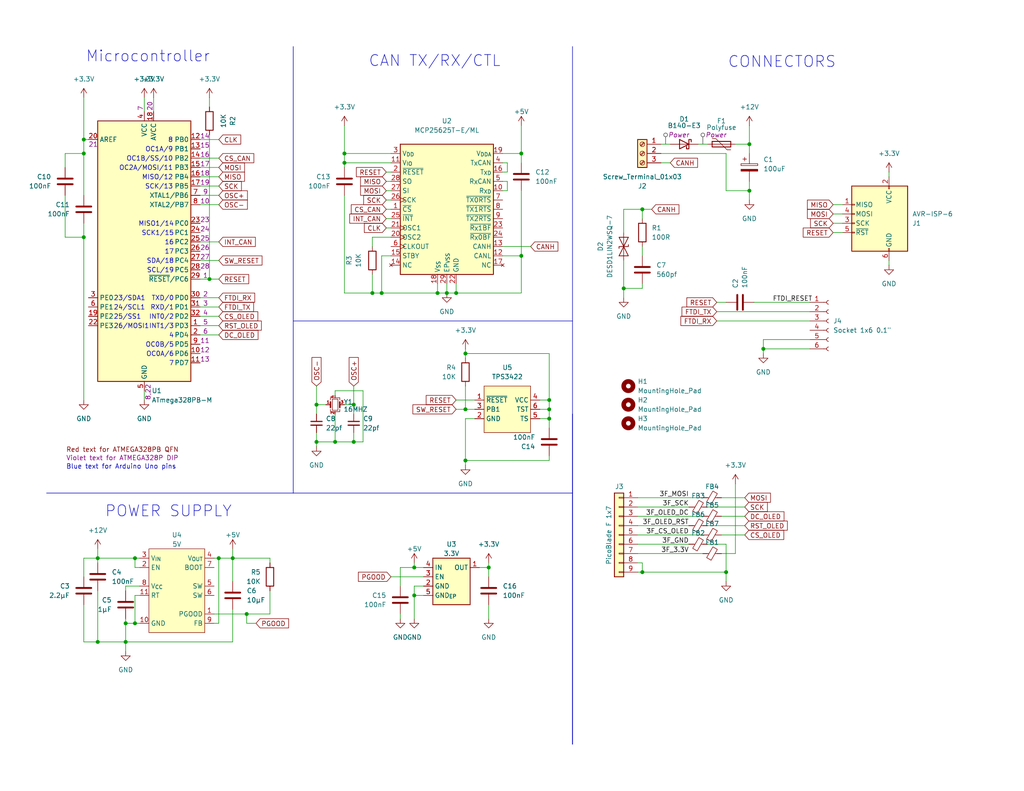
<source format=kicad_sch>
(kicad_sch (version 20231120) (generator "eeschema") (generator_version "8.0")
  (paper "USLetter")
  (title_block (title "OLED SPLICE FOR RPK5-GM4101") (date "2024-04-01") (rev "3") (company "JOHN SANDMEYER"))
  (junction (at 96.52 120.65))
  (junction (at 22.86 64.77))
  (junction (at 142.24 69.85))
  (junction (at 104.14 80.01))
  (junction (at 175.26 156.21))
  (junction (at 36.83 152.4))
  (junction (at 86.36 120.65))
  (junction (at 142.24 41.91))
  (junction (at 113.03 154.94))
  (junction (at 34.29 175.26))
  (junction (at 36.83 170.18))
  (junction (at 86.36 110.49))
  (junction (at 133.35 154.94))
  (junction (at 208.28 95.25))
  (junction (at 91.44 120.65))
  (junction (at 26.67 175.26))
  (junction (at 121.92 80.01))
  (junction (at 204.47 39.37))
  (junction (at 127 96.52))
  (junction (at 63.5 152.4))
  (junction (at 119.38 80.01))
  (junction (at 59.69 152.4))
  (junction (at 198.12 156.21))
  (junction (at 22.86 38.1))
  (junction (at 96.52 110.49))
  (junction (at 204.47 52.07))
  (junction (at 127 125.73))
  (junction (at 149.86 109.22))
  (junction (at 127 111.76))
  (junction (at 57.15 76.2))
  (junction (at 22.86 41.91))
  (junction (at 93.98 41.91))
  (junction (at 175.26 57.15))
  (junction (at 170.18 78.74))
  (junction (at 149.86 111.76))
  (junction (at 113.03 162.56))
  (junction (at 93.98 44.45))
  (junction (at 34.29 170.18))
  (junction (at 149.86 114.3))
  (junction (at 67.31 167.64))
  (junction (at 124.46 80.01))
  (junction (at 101.6 80.01))
  (junction (at 26.67 152.4))
  (wire (pts (xy 127 95.25) (xy 127 96.52)))
  (wire (pts (xy 91.44 113.03) (xy 91.44 120.65)))
  (wire (pts (xy 93.98 53.34) (xy 93.98 80.01)))
  (wire (pts (xy 113.03 154.94) (xy 115.57 154.94)))
  (wire (pts (xy 22.86 152.4) (xy 26.67 152.4)))
  (wire (pts (xy 137.16 44.45) (xy 138.43 44.45)))
  (wire (pts (xy 63.5 166.37) (xy 63.5 175.26)))
  (wire (pts (xy 86.36 120.65) (xy 91.44 120.65)))
  (wire (pts (xy 133.35 157.48) (xy 133.35 154.94)))
  (wire (pts (xy 170.18 57.15) (xy 170.18 63.5)))
  (wire (pts (xy 54.61 45.72) (xy 59.69 45.72)))
  (wire (pts (xy 63.5 152.4) (xy 63.5 158.75)))
  (wire (pts (xy 109.22 160.02) (xy 109.22 154.94)))
  (wire (pts (xy 227.33 63.5) (xy 229.87 63.5)))
  (wire (pts (xy 127 105.41) (xy 127 111.76)))
  (wire (pts (xy 106.68 69.85) (xy 104.14 69.85)))
  (wire (pts (xy 196.85 146.05) (xy 203.2 146.05)))
  (wire (pts (xy 133.35 153.67) (xy 133.35 154.94)))
  (wire (pts (xy 121.92 80.01) (xy 124.46 80.01)))
  (wire (pts (xy 54.61 48.26) (xy 59.69 48.26)))
  (wire (pts (xy 175.26 156.21) (xy 198.12 156.21)))
  (wire (pts (xy 93.98 44.45) (xy 93.98 45.72)))
  (polyline (pts (xy 80.01 87.63) (xy 156.21 87.63)))
  (wire (pts (xy 63.5 149.86) (xy 63.5 152.4)))
  (wire (pts (xy 22.86 175.26) (xy 22.86 165.1)))
  (wire (pts (xy 195.58 87.63) (xy 220.98 87.63)))
  (wire (pts (xy 124.46 109.22) (xy 129.54 109.22)))
  (wire (pts (xy 208.28 92.71) (xy 208.28 95.25)))
  (wire (pts (xy 57.15 76.2) (xy 59.69 76.2)))
  (wire (pts (xy 119.38 77.47) (xy 119.38 80.01)))
  (wire (pts (xy 86.36 105.41) (xy 86.36 110.49)))
  (wire (pts (xy 133.35 154.94) (xy 130.81 154.94)))
  (wire (pts (xy 113.03 162.56) (xy 113.03 160.02)))
  (wire (pts (xy 137.16 69.85) (xy 142.24 69.85)))
  (wire (pts (xy 124.46 77.47) (xy 124.46 80.01)))
  (wire (pts (xy 198.12 148.59) (xy 193.04 148.59)))
  (wire (pts (xy 101.6 64.77) (xy 101.6 67.31)))
  (wire (pts (xy 149.86 111.76) (xy 149.86 114.3)))
  (wire (pts (xy 22.86 60.96) (xy 22.86 64.77)))
  (wire (pts (xy 86.36 110.49) (xy 86.36 113.03)))
  (wire (pts (xy 119.38 80.01) (xy 121.92 80.01)))
  (wire (pts (xy 54.61 53.34) (xy 59.69 53.34)))
  (wire (pts (xy 198.12 52.07) (xy 204.47 52.07)))
  (wire (pts (xy 227.33 55.88) (xy 229.87 55.88)))
  (wire (pts (xy 54.61 86.36) (xy 59.69 86.36)))
  (wire (pts (xy 149.86 109.22) (xy 149.86 111.76)))
  (wire (pts (xy 109.22 168.91) (xy 109.22 167.64)))
  (wire (pts (xy 204.47 39.37) (xy 204.47 34.29)))
  (polyline (pts (xy 80.01 12.7) (xy 80.01 134.62)))
  (wire (pts (xy 58.42 152.4) (xy 59.69 152.4)))
  (wire (pts (xy 142.24 52.07) (xy 142.24 69.85)))
  (wire (pts (xy 101.6 80.01) (xy 104.14 80.01)))
  (wire (pts (xy 196.85 140.97) (xy 203.2 140.97)))
  (wire (pts (xy 149.86 125.73) (xy 127 125.73)))
  (wire (pts (xy 127 114.3) (xy 127 125.73)))
  (wire (pts (xy 193.04 143.51) (xy 203.2 143.51)))
  (wire (pts (xy 54.61 50.8) (xy 59.69 50.8)))
  (wire (pts (xy 101.6 74.93) (xy 101.6 80.01)))
  (wire (pts (xy 196.85 135.89) (xy 203.2 135.89)))
  (wire (pts (xy 195.58 82.55) (xy 198.12 82.55)))
  (wire (pts (xy 99.06 106.68) (xy 99.06 120.65)))
  (wire (pts (xy 36.83 152.4) (xy 36.83 154.94)))
  (wire (pts (xy 149.86 96.52) (xy 149.86 109.22)))
  (wire (pts (xy 204.47 39.37) (xy 204.47 41.91)))
  (wire (pts (xy 177.8 57.15) (xy 175.26 57.15)))
  (wire (pts (xy 58.42 167.64) (xy 67.31 167.64)))
  (wire (pts (xy 173.99 135.89) (xy 191.77 135.89)))
  (wire (pts (xy 22.86 38.1) (xy 22.86 41.91)))
  (wire (pts (xy 142.24 69.85) (xy 142.24 80.01)))
  (wire (pts (xy 147.32 109.22) (xy 149.86 109.22)))
  (wire (pts (xy 54.61 88.9) (xy 59.69 88.9)))
  (wire (pts (xy 149.86 96.52) (xy 127 96.52)))
  (wire (pts (xy 220.98 92.71) (xy 208.28 92.71)))
  (wire (pts (xy 96.52 120.65) (xy 99.06 120.65)))
  (wire (pts (xy 138.43 52.07) (xy 138.43 49.53)))
  (wire (pts (xy 73.66 153.67) (xy 73.66 152.4)))
  (wire (pts (xy 36.83 154.94) (xy 38.1 154.94)))
  (polyline (pts (xy 156.21 12.7) (xy 156.21 203.2)))
  (wire (pts (xy 180.34 39.37) (xy 182.88 39.37)))
  (wire (pts (xy 93.98 80.01) (xy 101.6 80.01)))
  (wire (pts (xy 26.67 152.4) (xy 26.67 153.67)))
  (wire (pts (xy 173.99 143.51) (xy 187.96 143.51)))
  (wire (pts (xy 147.32 114.3) (xy 149.86 114.3)))
  (wire (pts (xy 129.54 114.3) (xy 127 114.3)))
  (wire (pts (xy 170.18 78.74) (xy 170.18 81.28)))
  (wire (pts (xy 58.42 170.18) (xy 59.69 170.18)))
  (wire (pts (xy 34.29 175.26) (xy 34.29 177.8)))
  (wire (pts (xy 67.31 167.64) (xy 73.66 167.64)))
  (wire (pts (xy 105.41 46.99) (xy 106.68 46.99)))
  (wire (pts (xy 73.66 152.4) (xy 63.5 152.4)))
  (wire (pts (xy 96.52 118.11) (xy 96.52 120.65)))
  (wire (pts (xy 205.74 82.55) (xy 220.98 82.55)))
  (wire (pts (xy 105.41 59.69) (xy 106.68 59.69)))
  (wire (pts (xy 59.69 170.18) (xy 59.69 152.4)))
  (wire (pts (xy 138.43 44.45) (xy 138.43 46.99)))
  (wire (pts (xy 170.18 57.15) (xy 175.26 57.15)))
  (wire (pts (xy 105.41 62.23) (xy 106.68 62.23)))
  (wire (pts (xy 73.66 161.29) (xy 73.66 167.64)))
  (wire (pts (xy 196.85 151.13) (xy 200.66 151.13)))
  (wire (pts (xy 142.24 41.91) (xy 142.24 34.29)))
  (wire (pts (xy 204.47 49.53) (xy 204.47 52.07)))
  (wire (pts (xy 22.86 157.48) (xy 22.86 152.4)))
  (polyline (pts (xy 156.21 113.03) (xy 156.21 203.2)))
  (wire (pts (xy 124.46 111.76) (xy 127 111.76)))
  (wire (pts (xy 91.44 120.65) (xy 96.52 120.65)))
  (wire (pts (xy 113.03 160.02) (xy 115.57 160.02)))
  (wire (pts (xy 39.37 26.67) (xy 39.37 30.48)))
  (wire (pts (xy 200.66 132.08) (xy 200.66 151.13)))
  (wire (pts (xy 127 125.73) (xy 127 127)))
  (wire (pts (xy 96.52 105.41) (xy 96.52 110.49)))
  (wire (pts (xy 54.61 81.28) (xy 59.69 81.28)))
  (wire (pts (xy 198.12 41.91) (xy 198.12 52.07)))
  (wire (pts (xy 105.41 57.15) (xy 106.68 57.15)))
  (wire (pts (xy 113.03 162.56) (xy 113.03 168.91)))
  (wire (pts (xy 38.1 152.4) (xy 36.83 152.4)))
  (wire (pts (xy 173.99 138.43) (xy 187.96 138.43)))
  (wire (pts (xy 190.5 39.37) (xy 193.04 39.37)))
  (wire (pts (xy 38.1 170.18) (xy 36.83 170.18)))
  (wire (pts (xy 34.29 175.26) (xy 26.67 175.26)))
  (wire (pts (xy 57.15 36.83) (xy 57.15 76.2)))
  (wire (pts (xy 149.86 124.46) (xy 149.86 125.73)))
  (wire (pts (xy 137.16 41.91) (xy 142.24 41.91)))
  (wire (pts (xy 173.99 153.67) (xy 175.26 153.67)))
  (wire (pts (xy 173.99 151.13) (xy 191.77 151.13)))
  (polyline (pts (xy 12.7 134.62) (xy 80.01 134.62)))
  (polyline (pts (xy 80.01 134.62) (xy 156.21 134.62)))
  (wire (pts (xy 69.85 170.18) (xy 67.31 170.18)))
  (wire (pts (xy 22.86 41.91) (xy 22.86 53.34)))
  (wire (pts (xy 115.57 162.56) (xy 113.03 162.56)))
  (wire (pts (xy 208.28 95.25) (xy 208.28 96.52)))
  (wire (pts (xy 54.61 55.88) (xy 59.69 55.88)))
  (wire (pts (xy 173.99 156.21) (xy 175.26 156.21)))
  (wire (pts (xy 36.83 152.4) (xy 26.67 152.4)))
  (wire (pts (xy 175.26 78.74) (xy 175.26 77.47)))
  (wire (pts (xy 34.29 160.02) (xy 34.29 161.29)))
  (wire (pts (xy 173.99 140.97) (xy 191.77 140.97)))
  (wire (pts (xy 26.67 149.86) (xy 26.67 152.4)))
  (wire (pts (xy 54.61 83.82) (xy 59.69 83.82)))
  (wire (pts (xy 93.98 41.91) (xy 106.68 41.91)))
  (wire (pts (xy 22.86 175.26) (xy 26.67 175.26)))
  (wire (pts (xy 104.14 80.01) (xy 119.38 80.01)))
  (wire (pts (xy 34.29 175.26) (xy 34.29 170.18)))
  (wire (pts (xy 17.78 45.72) (xy 17.78 41.91)))
  (wire (pts (xy 227.33 58.42) (xy 229.87 58.42)))
  (wire (pts (xy 54.61 43.18) (xy 59.69 43.18)))
  (wire (pts (xy 93.98 44.45) (xy 106.68 44.45)))
  (wire (pts (xy 22.86 38.1) (xy 24.13 38.1)))
  (wire (pts (xy 17.78 64.77) (xy 22.86 64.77)))
  (wire (pts (xy 54.61 91.44) (xy 59.69 91.44)))
  (wire (pts (xy 54.61 71.12) (xy 59.69 71.12)))
  (wire (pts (xy 22.86 64.77) (xy 22.86 109.22)))
  (wire (pts (xy 175.26 57.15) (xy 175.26 59.69)))
  (wire (pts (xy 198.12 158.75) (xy 198.12 156.21)))
  (wire (pts (xy 93.98 41.91) (xy 93.98 44.45)))
  (wire (pts (xy 41.91 26.67) (xy 41.91 30.48)))
  (wire (pts (xy 198.12 148.59) (xy 198.12 156.21)))
  (wire (pts (xy 133.35 168.91) (xy 133.35 165.1)))
  (wire (pts (xy 105.41 52.07) (xy 106.68 52.07)))
  (wire (pts (xy 180.34 41.91) (xy 198.12 41.91)))
  (wire (pts (xy 17.78 53.34) (xy 17.78 64.77)))
  (wire (pts (xy 175.26 153.67) (xy 175.26 156.21)))
  (wire (pts (xy 93.98 34.29) (xy 93.98 41.91)))
  (wire (pts (xy 175.26 67.31) (xy 175.26 69.85)))
  (wire (pts (xy 34.29 160.02) (xy 38.1 160.02)))
  (wire (pts (xy 93.98 110.49) (xy 96.52 110.49)))
  (wire (pts (xy 195.58 85.09) (xy 220.98 85.09)))
  (wire (pts (xy 54.61 66.04) (xy 59.69 66.04)))
  (wire (pts (xy 137.16 49.53) (xy 138.43 49.53)))
  (wire (pts (xy 227.33 60.96) (xy 229.87 60.96)))
  (wire (pts (xy 96.52 110.49) (xy 96.52 113.03)))
  (wire (pts (xy 109.22 154.94) (xy 113.03 154.94)))
  (wire (pts (xy 36.83 162.56) (xy 36.83 170.18)))
  (wire (pts (xy 115.57 157.48) (xy 106.68 157.48)))
  (wire (pts (xy 86.36 118.11) (xy 86.36 120.65)))
  (wire (pts (xy 137.16 52.07) (xy 138.43 52.07)))
  (wire (pts (xy 200.66 39.37) (xy 204.47 39.37)))
  (wire (pts (xy 34.29 168.91) (xy 34.29 170.18)))
  (wire (pts (xy 193.04 138.43) (xy 203.2 138.43)))
  (wire (pts (xy 127 96.52) (xy 127 97.79)))
  (wire (pts (xy 121.92 77.47) (xy 121.92 80.01)))
  (wire (pts (xy 106.68 64.77) (xy 101.6 64.77)))
  (wire (pts (xy 39.37 106.68) (xy 39.37 109.22)))
  (wire (pts (xy 54.61 76.2) (xy 57.15 76.2)))
  (wire (pts (xy 144.78 67.31) (xy 137.16 67.31)))
  (wire (pts (xy 86.36 110.49) (xy 88.9 110.49)))
  (wire (pts (xy 38.1 162.56) (xy 36.83 162.56)))
  (wire (pts (xy 59.69 152.4) (xy 63.5 152.4)))
  (wire (pts (xy 104.14 69.85) (xy 104.14 80.01)))
  (wire (pts (xy 26.67 161.29) (xy 26.67 175.26)))
  (wire (pts (xy 113.03 153.67) (xy 113.03 154.94)))
  (wire (pts (xy 91.44 107.95) (xy 91.44 106.68)))
  (wire (pts (xy 54.61 38.1) (xy 59.69 38.1)))
  (wire (pts (xy 173.99 146.05) (xy 191.77 146.05)))
  (wire (pts (xy 86.36 120.65) (xy 86.36 121.92)))
  (wire (pts (xy 149.86 114.3) (xy 149.86 116.84)))
  (wire (pts (xy 147.32 111.76) (xy 149.86 111.76)))
  (wire (pts (xy 57.15 29.21) (xy 57.15 26.67)))
  (wire (pts (xy 17.78 41.91) (xy 22.86 41.91)))
  (wire (pts (xy 105.41 49.53) (xy 106.68 49.53)))
  (wire (pts (xy 36.83 170.18) (xy 34.29 170.18)))
  (wire (pts (xy 182.88 44.45) (xy 180.34 44.45)))
  (wire (pts (xy 208.28 95.25) (xy 220.98 95.25)))
  (wire (pts (xy 124.46 80.01) (xy 142.24 80.01)))
  (wire (pts (xy 67.31 170.18) (xy 67.31 167.64)))
  (wire (pts (xy 242.57 46.99) (xy 242.57 48.26)))
  (wire (pts (xy 173.99 148.59) (xy 187.96 148.59)))
  (wire (pts (xy 242.57 72.39) (xy 242.57 71.12)))
  (wire (pts (xy 127 111.76) (xy 129.54 111.76)))
  (wire (pts (xy 63.5 175.26) (xy 34.29 175.26)))
  (wire (pts (xy 204.47 52.07) (xy 204.47 54.61)))
  (wire (pts (xy 22.86 26.67) (xy 22.86 38.1)))
  (wire (pts (xy 170.18 78.74) (xy 175.26 78.74)))
  (wire (pts (xy 142.24 41.91) (xy 142.24 44.45)))
  (wire (pts (xy 170.18 78.74) (xy 170.18 71.12)))
  (wire (pts (xy 91.44 106.68) (xy 99.06 106.68)))
  (wire (pts (xy 137.16 46.99) (xy 138.43 46.99)))
  (wire (pts (xy 105.41 54.61) (xy 106.68 54.61)))
  (text "24" (at 54.61 63.5 0) (effects (font (size 1.27 1.27)) (justify left bottom)))
  (text "23/SDA1" (at 30.988 81.534 0) (effects (font (size 1.27 1.27)) (justify left)))
  (text "OC0B/5" (at 47.498 94.234 0) (effects (font (size 1.27 1.27)) (justify right)))
  (text "INT1/3\n" (at 47.498 89.154 0) (effects (font (size 1.27 1.27)) (justify right)))
  (text "RXD/1" (at 47.498 84.074 0) (effects (font (size 1.27 1.27)) (justify right)))
  (text "28" (at 54.61 73.66 0) (effects (font (size 1.27 1.27)) (justify left bottom)))
  (text "27" (at 54.61 71.12 0) (effects (font (size 1.27 1.27)) (justify left bottom)))
  (text "INT0/2" (at 47.498 86.614 0) (effects (font (size 1.27 1.27)) (justify right)))
  (text "11" (at 54.61 93.98 0) (effects (font (size 1.27 1.27)) (justify left bottom)))
  (text "Red text for ATMEGA328PB QFN" (at 18.034 123.698 0) (effects (font (size 1.27 1.27)) (justify left bottom)))
  (text "23" (at 54.61 60.96 0) (effects (font (size 1.27 1.27)) (justify left bottom)))
  (text "CAN TX/RX/CTL" (at 118.618 16.764 0) (effects (font (size 3 3))))
  (text "SCK1/15" (at 47.498 63.754 0) (effects (font (size 1.27 1.27)) (justify right)))
  (text "8\n" (at 47.244 38.354 0) (effects (font (size 1.27 1.27)) (justify right)))
  (text "1" (at 55.372 76.2 0) (effects (font (size 1.27 1.27)) (justify left bottom)))
  (text "17" (at 54.61 45.72 0) (effects (font (size 1.27 1.27)) (justify left bottom)))
  (text "17" (at 47.498 68.834 0) (effects (font (size 1.27 1.27)) (justify right)))
  (text "8,22" (at 41.148 109.474 90) (effects (font (size 1.27 1.27)) (justify left bottom)))
  (text "OC1B/SS/10" (at 47.244 43.434 0) (effects (font (size 1.27 1.27)) (justify right)))
  (text "OC0A/6" (at 47.498 96.774 0) (effects (font (size 1.27 1.27)) (justify right)))
  (text "25" (at 54.61 66.04 0) (effects (font (size 1.27 1.27)) (justify left bottom)))
  (text "POWER SUPPLY" (at 45.974 139.7 0) (effects (font (size 3 3))))
  (text "18" (at 54.61 48.26 0) (effects (font (size 1.27 1.27)) (justify left bottom)))
  (text "Blue text for Arduino Uno pins" (at 18.034 128.27 0) (effects (font (size 1.27 1.27)) (justify left bottom)))
  (text "20" (at 41.656 30.48 90) (effects (font (size 1.27 1.27)) (justify left bottom)))
  (text "14" (at 54.61 38.1 0) (effects (font (size 1.27 1.27)) (justify left bottom)))
  (text "12" (at 54.61 96.52 0) (effects (font (size 1.27 1.27)) (justify left bottom)))
  (text "15" (at 54.61 40.64 0) (effects (font (size 1.27 1.27)) (justify left bottom)))
  (text "SCL/19" (at 47.498 73.914 0) (effects (font (size 1.27 1.27)) (justify right)))
  (text "16" (at 47.498 66.294 0) (effects (font (size 1.27 1.27)) (justify right)))
  (text "24/SCL1" (at 30.988 84.074 0) (effects (font (size 1.27 1.27)) (justify left)))
  (text "2" (at 55.372 81.28 0) (effects (font (size 1.27 1.27)) (justify left bottom)))
  (text "3" (at 55.372 83.82 0) (effects (font (size 1.27 1.27)) (justify left bottom)))
  (text "SCK/13" (at 47.244 51.054 0) (effects (font (size 1.27 1.27)) (justify right)))
  (text "19" (at 54.61 50.8 0) (effects (font (size 1.27 1.27)) (justify left bottom)))
  (text "10" (at 54.61 55.88 0) (effects (font (size 1.27 1.27)) (justify left bottom)))
  (text "26" (at 54.61 68.58 0) (effects (font (size 1.27 1.27)) (justify left bottom)))
  (text "TXD/0" (at 47.498 81.534 0) (effects (font (size 1.27 1.27)) (justify right)))
  (text "6" (at 55.372 91.44 0) (effects (font (size 1.27 1.27)) (justify left bottom)))
  (text "SDA/18" (at 47.498 71.374 0) (effects (font (size 1.27 1.27)) (justify right)))
  (text "7" (at 47.498 99.314 0) (effects (font (size 1.27 1.27)) (justify right)))
  (text "26/MOSI1" (at 30.988 89.154 0) (effects (font (size 1.27 1.27)) (justify left)))
  (text "CONNECTORS" (at 213.36 17.018 0) (effects (font (size 3 3))))
  (text "MISO/12" (at 47.244 48.514 0) (effects (font (size 1.27 1.27)) (justify right)))
  (text "OC1A/9\n" (at 47.244 40.894 0) (effects (font (size 1.27 1.27)) (justify right)))
  (text "16" (at 54.61 43.18 0) (effects (font (size 1.27 1.27)) (justify left bottom)))
  (text "MISO1/14" (at 47.498 61.214 0) (effects (font (size 1.27 1.27)) (justify right)))
  (text "25/SS1" (at 30.988 86.614 0) (effects (font (size 1.27 1.27)) (justify left)))
  (text "21" (at 24.13 40.386 0) (effects (font (size 1.27 1.27)) (justify left bottom)))
  (text "7" (at 39.116 30.48 90) (effects (font (size 1.27 1.27)) (justify left bottom)))
  (text "5" (at 55.372 88.9 0) (effects (font (size 1.27 1.27)) (justify left bottom)))
  (text "4" (at 47.498 91.694 0) (effects (font (size 1.27 1.27)) (justify right)))
  (text "OC2A/MOSI/11" (at 47.244 45.974 0) (effects (font (size 1.27 1.27)) (justify right)))
  (text "13" (at 54.61 99.06 0) (effects (font (size 1.27 1.27)) (justify left bottom)))
  (text "9" (at 55.372 53.34 0) (effects (font (size 1.27 1.27)) (justify left bottom)))
  (text "4" (at 55.372 86.36 0) (effects (font (size 1.27 1.27)) (justify left bottom)))
  (text "Microcontroller" (at 40.386 15.494 0) (effects (font (size 3 3))))
  (text "Violet text for ATMEGA328P DIP" (at 18.034 125.984 0) (effects (font (size 1.27 1.27)) (justify left bottom)))
  (label "3F_OLED_RST" (at 187.96 143.51 180))
  (label "3F_CS_OLED" (at 187.96 146.05 180))
  (label "3F_OLED_DC" (at 187.96 140.97 180))
  (label "3F_MOSI" (at 187.96 135.89 180))
  (label "3F_GND" (at 187.96 148.59 180))
  (label "3F_SCK" (at 187.96 138.43 180))
  (label "FTDI_RESET" (at 210.82 82.55 0))
  (label "3F_3.3V" (at 187.96 151.13 180))
  (global_label "CLK" (shape input) (at 105.41 62.23 180) (property "Intersheetrefs" "${INTERSHEET_REFS}" (effects (hide yes))))
  (global_label "MOSI" (shape input) (at 203.2 135.89 0) (property "Intersheetrefs" "${INTERSHEET_REFS}" (effects (hide yes))))
  (global_label "FTDI_RX" (shape input) (at 59.69 81.28 0) (property "Intersheetrefs" "${INTERSHEET_REFS}" (effects (hide yes))))
  (global_label "RESET" (shape input) (at 59.69 76.2 0) (property "Intersheetrefs" "${INTERSHEET_REFS}" (effects (hide yes))))
  (global_label "OSC+" (shape input) (at 96.52 105.41 90) (property "Intersheetrefs" "${INTERSHEET_REFS}" (effects (hide yes))))
  (global_label "MOSI" (shape input) (at 105.41 52.07 180) (property "Intersheetrefs" "${INTERSHEET_REFS}" (effects (hide yes))))
  (global_label "SW_RESET" (shape input) (at 59.69 71.12 0) (property "Intersheetrefs" "${INTERSHEET_REFS}" (effects (hide yes))))
  (global_label "MOSI" (shape input) (at 227.33 58.42 180) (property "Intersheetrefs" "${INTERSHEET_REFS}" (effects (hide yes))))
  (global_label "CS_CAN" (shape input) (at 105.41 57.15 180) (property "Intersheetrefs" "${INTERSHEET_REFS}" (effects (hide yes))))
  (global_label "PGOOD" (shape input) (at 106.68 157.48 180) (property "Intersheetrefs" "${INTERSHEET_REFS}" (effects (hide yes))))
  (global_label "MISO" (shape input) (at 227.33 55.88 180) (property "Intersheetrefs" "${INTERSHEET_REFS}" (effects (hide yes))))
  (global_label "OSC-" (shape input) (at 59.69 55.88 0) (property "Intersheetrefs" "${INTERSHEET_REFS}" (effects (hide yes))))
  (global_label "CS_CAN" (shape input) (at 59.69 43.18 0) (property "Intersheetrefs" "${INTERSHEET_REFS}" (effects (hide yes))))
  (global_label "CANH" (shape input) (at 182.88 44.45 0) (property "Intersheetrefs" "${INTERSHEET_REFS}" (effects (hide yes))))
  (global_label "RESET" (shape input) (at 195.58 82.55 180) (property "Intersheetrefs" "${INTERSHEET_REFS}" (effects (hide yes))))
  (global_label "CANH" (shape input) (at 177.8 57.15 0) (property "Intersheetrefs" "${INTERSHEET_REFS}" (effects (hide yes))))
  (global_label "CS_OLED" (shape input) (at 203.2 146.05 0) (property "Intersheetrefs" "${INTERSHEET_REFS}" (effects (hide yes))))
  (global_label "RESET" (shape input) (at 124.46 109.22 180) (property "Intersheetrefs" "${INTERSHEET_REFS}" (effects (hide yes))))
  (global_label "SW_RESET" (shape input) (at 124.46 111.76 180) (property "Intersheetrefs" "${INTERSHEET_REFS}" (effects (hide yes))))
  (global_label "OSC+" (shape input) (at 59.69 53.34 0) (property "Intersheetrefs" "${INTERSHEET_REFS}" (effects (hide yes))))
  (global_label "RESET" (shape input) (at 105.41 46.99 180) (property "Intersheetrefs" "${INTERSHEET_REFS}" (effects (hide yes))))
  (global_label "DC_OLED" (shape input) (at 59.69 91.44 0) (property "Intersheetrefs" "${INTERSHEET_REFS}" (effects (hide yes))))
  (global_label "OSC-" (shape input) (at 86.36 105.41 90) (property "Intersheetrefs" "${INTERSHEET_REFS}" (effects (hide yes))))
  (global_label "RST_OLED" (shape input) (at 203.2 143.51 0) (property "Intersheetrefs" "${INTERSHEET_REFS}" (effects (hide yes))))
  (global_label "FTDI_RX" (shape input) (at 195.58 87.63 180) (property "Intersheetrefs" "${INTERSHEET_REFS}" (effects (hide yes))))
  (global_label "INT_CAN" (shape input) (at 59.69 66.04 0) (property "Intersheetrefs" "${INTERSHEET_REFS}" (effects (hide yes))))
  (global_label "SCK" (shape input) (at 227.33 60.96 180) (property "Intersheetrefs" "${INTERSHEET_REFS}" (effects (hide yes))))
  (global_label "CS_OLED" (shape input) (at 59.69 86.36 0) (property "Intersheetrefs" "${INTERSHEET_REFS}" (effects (hide yes))))
  (global_label "SCK" (shape input) (at 203.2 138.43 0) (property "Intersheetrefs" "${INTERSHEET_REFS}" (effects (hide yes))))
  (global_label "MOSI" (shape input) (at 59.69 45.72 0) (property "Intersheetrefs" "${INTERSHEET_REFS}" (effects (hide yes))))
  (global_label "FTDI_TX" (shape input) (at 195.58 85.09 180) (property "Intersheetrefs" "${INTERSHEET_REFS}" (effects (hide yes))))
  (global_label "SCK" (shape input) (at 59.69 50.8 0) (property "Intersheetrefs" "${INTERSHEET_REFS}" (effects (hide yes))))
  (global_label "MISO" (shape input) (at 59.69 48.26 0) (property "Intersheetrefs" "${INTERSHEET_REFS}" (effects (hide yes))))
  (global_label "MISO" (shape input) (at 105.41 49.53 180) (property "Intersheetrefs" "${INTERSHEET_REFS}" (effects (hide yes))))
  (global_label "RST_OLED" (shape input) (at 59.69 88.9 0) (property "Intersheetrefs" "${INTERSHEET_REFS}" (effects (hide yes))))
  (global_label "SCK" (shape input) (at 105.41 54.61 180) (property "Intersheetrefs" "${INTERSHEET_REFS}" (effects (hide yes))))
  (global_label "FTDI_TX" (shape input) (at 59.69 83.82 0) (property "Intersheetrefs" "${INTERSHEET_REFS}" (effects (hide yes))))
  (global_label "INT_CAN" (shape input) (at 105.41 59.69 180) (property "Intersheetrefs" "${INTERSHEET_REFS}" (effects (hide yes))))
  (global_label "PGOOD" (shape input) (at 69.85 170.18 0) (property "Intersheetrefs" "${INTERSHEET_REFS}" (effects (hide yes))))
  (global_label "DC_OLED" (shape input) (at 203.2 140.97 0) (property "Intersheetrefs" "${INTERSHEET_REFS}" (effects (hide yes))))
  (global_label "CANH" (shape input) (at 144.78 67.31 0) (property "Intersheetrefs" "${INTERSHEET_REFS}" (effects (hide yes))))
  (global_label "CLK" (shape input) (at 59.69 38.1 0) (property "Intersheetrefs" "${INTERSHEET_REFS}" (effects (hide yes))))
  (global_label "RESET" (shape input) (at 227.33 63.5 180) (property "Intersheetrefs" "${INTERSHEET_REFS}" (effects (hide yes))))
  (netclass_flag "" (length 2.54) (shape round) (at 181.61 39.37 0) (property "Netclass" "Power" (at 182.3085 36.83 0) (effects (font (italic yes)) (justify left))))
  (netclass_flag "" (length 2.54) (shape round) (at 191.77 39.37 0) (property "Netclass" "Power" (at 192.4685 36.83 0) (effects (font (italic yes)) (justify left))))
  (symbol (lib_id "Device:C") (at 142.24 48.26 0) (unit 1)
    (property "Reference" "C12" (at 146.05 46.9899 0) (effects (justify left)))
    (property "Value" "100nF" (at 146.05 49.5299 0) (effects (justify left)))
    (property "Footprint" "Capacitor_SMD:C_0402_1005Metric" (effects (hide yes)))
    (property "Description" "GCM155R71H104KE02D" (effects (hide yes)))
  )
  (symbol (lib_id "Mechanical:MountingHole") (at 171.45 115.57 0) (unit 1) (exclude_from_sim yes) (in_bom no)
    (property "Reference" "H3" (at 173.99 114.2999 0) (effects (justify left)))
    (property "Value" "MountingHole_Pad" (at 173.99 116.8399 0) (effects (justify left)))
    (property "Footprint" "MountingHole:MountingHole_2.2mm_M2_DIN965" (effects (hide yes)))
    (property "Description" "Mounting Hole without connection" (effects (hide yes)))
  )
  (symbol (lib_id "power:+3.3V") (at 242.57 46.99 0) (unit 1)
    (property "Reference" "#PWR06" (effects (hide yes)))
    (property "Value" "+3.3V" (at 242.57 41.91 0))
  )
  (symbol (lib_id "Device:Polyfuse") (at 196.85 39.37 270) (mirror x) (unit 1)
    (property "Reference" "F1" (at 196.85 33.02 90))
    (property "Value" "Polyfuse" (at 196.85 34.798 90))
    (property "Footprint" "Fuse:Fuse_1206_3216Metric" (effects (hide yes)))
  )
  (symbol (lib_id "power:GND") (at 34.29 177.8 0) (unit 1)
    (property "Reference" "#PWR011" (effects (hide yes)))
    (property "Value" "GND" (at 34.29 182.88 0))
  )
  (symbol (lib_id "power:+3.3V") (at 127 95.25 0) (unit 1)
    (property "Reference" "#PWR010" (effects (hide yes)))
    (property "Value" "+3.3V" (at 127 90.17 0))
  )
  (symbol (lib_id "power:GND") (at 242.57 72.39 0) (unit 1)
    (property "Reference" "#PWR05" (effects (hide yes)))
    (property "Value" "GND" (at 242.57 77.47 0))
  )
  (symbol (lib_id "Device:FerriteBead_Small") (at 194.31 135.89 90) (unit 1)
    (property "Reference" "FB4" (at 194.31 132.842 90))
    (property "Value" "120X" (effects (hide yes)))
    (property "Footprint" "Inductor_SMD:L_0402_1005Metric" (effects (hide yes)))
    (property "Datasheet" "https://www.murata.com/en-us/products/productdata/8796748677150/QNFA9118.pdf" (effects (hide yes)))
    (property "Description" "BLM15AG121SZ1D" (effects (hide yes)))
  )
  (symbol (lib_id "Device:C") (at 93.98 49.53 0) (mirror y) (unit 1)
    (property "Reference" "C13" (at 90.17 48.2599 0) (effects (justify left)))
    (property "Value" "100nF" (at 90.17 50.7999 0) (effects (justify left)))
    (property "Footprint" "Capacitor_SMD:C_0402_1005Metric" (effects (hide yes)))
    (property "Description" "GCM155R71H104KE02D" (effects (hide yes)))
  )
  (symbol (lib_id "power:GND") (at 133.35 168.91 0) (unit 1)
    (property "Reference" "#PWR025" (effects (hide yes)))
    (property "Value" "GND" (at 133.35 173.99 0))
  )
  (symbol (lib_id "Device:FerriteBead_Small") (at 190.5 148.59 90) (unit 1)
    (property "Reference" "FB2" (at 190.5 145.542 90))
    (property "Value" "120X" (effects (hide yes)))
    (property "Footprint" "Inductor_SMD:L_0402_1005Metric" (effects (hide yes)))
    (property "Datasheet" "https://www.murata.com/en-us/products/productdata/8796748677150/QNFA9118.pdf" (effects (hide yes)))
    (property "Description" "BLM15AG121SZ1D" (effects (hide yes)))
  )
  (symbol (lib_id "Device:C") (at 175.26 73.66 0) (mirror y) (unit 1)
    (property "Reference" "C7" (at 179.07 72.3899 0) (effects (justify right)))
    (property "Value" "560pf" (at 179.07 74.9299 0) (effects (justify right)))
    (property "Footprint" "Capacitor_SMD:C_0603_1608Metric" (effects (hide yes)))
  )
  (symbol (lib_id "Diode:B140-E3") (at 186.69 39.37 0) (mirror y) (unit 1)
    (property "Reference" "D1" (at 186.69 32.512 0))
    (property "Value" "B140-E3" (at 186.69 34.29 0))
    (property "Footprint" "Diode_SMD:D_SMA" (effects (hide yes)))
    (property "Datasheet" "http://www.vishay.com/docs/88946/b120.pdf" (effects (hide yes)))
  )
  (symbol (lib_id "Device:R") (at 57.15 33.02 0) (unit 1)
    (property "Reference" "R2" (at 63.5 33.02 90))
    (property "Value" "10K" (at 60.96 33.02 90))
    (property "Footprint" "Resistor_SMD:R_0402_1005Metric" (effects (hide yes)))
  )
  (symbol (lib_id "jsdev:TPS3422") (at 138.43 111.76 0) (unit 1)
    (property "Reference" "U5" (at 138.43 100.33 0))
    (property "Value" "TPS3422" (at 138.43 102.87 0))
    (property "Footprint" "Package_SON:Texas_USON-6_1x1.45mm_P0.5mm_SMD" (effects (hide yes)))
    (property "Datasheet" "https://www.ti.com/lit/gpn/tps3422" (effects (hide yes)))
    (property "Description" "Reset controller" (effects (hide yes)))
  )
  (symbol (lib_id "power:GND") (at 86.36 121.92 0) (unit 1)
    (property "Reference" "#PWR028" (effects (hide yes)))
    (property "Value" "GND" (at 86.36 127 0))
  )
  (symbol (lib_id "power:+3.3V") (at 93.98 34.29 0) (unit 1)
    (property "Reference" "#PWR017" (effects (hide yes)))
    (property "Value" "+3.3V" (at 93.98 29.21 0))
  )
  (symbol (lib_id "power:+3.3V") (at 133.35 153.67 0) (unit 1)
    (property "Reference" "#PWR018" (effects (hide yes)))
    (property "Value" "+3.3V" (at 133.35 148.59 0))
  )
  (symbol (lib_id "Device:C") (at 34.29 165.1 0) (mirror y) (unit 1)
    (property "Reference" "C5" (at 30.48 163.8299 0) (effects (justify left)))
    (property "Value" "1µF" (at 30.48 166.3699 0) (effects (justify left)))
    (property "Footprint" "Capacitor_SMD:C_0603_1608Metric" (effects (hide yes)))
    (property "Description" "CGA3E1X7R1V105K080AC" (effects (hide yes)))
  )
  (symbol (lib_id "power:+5V") (at 142.24 34.29 0) (unit 1)
    (property "Reference" "#PWR09" (effects (hide yes)))
    (property "Value" "+5V" (at 142.24 30.48 0))
    (property "Description" "Power symbol creates a global label with name \"+5V\"" (effects (hide yes)))
  )
  (symbol (lib_id "Device:C") (at 22.86 57.15 0) (mirror y) (unit 1)
    (property "Reference" "C11" (at 19.05 55.8799 0) (effects (justify left)))
    (property "Value" "100nF" (at 19.05 58.4199 0) (effects (justify left)))
    (property "Footprint" "Capacitor_SMD:C_0402_1005Metric" (effects (hide yes)))
    (property "Description" "GCM155R71H104KE02D" (effects (hide yes)))
  )
  (symbol (lib_id "power:+12V") (at 26.67 149.86 0) (unit 1)
    (property "Reference" "#PWR07" (effects (hide yes)))
    (property "Value" "+12V" (at 26.67 144.78 0))
    (property "Description" "Power symbol creates a global label with name \"+12V\"" (effects (hide yes)))
  )
  (symbol (lib_id "Device:C") (at 149.86 120.65 180) (unit 1)
    (property "Reference" "C14" (at 146.05 121.9201 0) (effects (justify left)))
    (property "Value" "100nF" (at 146.05 119.3801 0) (effects (justify left)))
    (property "Footprint" "Capacitor_SMD:C_0402_1005Metric" (effects (hide yes)))
    (property "Description" "GCM155R71H104KE02D" (effects (hide yes)))
  )
  (symbol (lib_id "Device:C") (at 201.93 82.55 90) (unit 1)
    (property "Reference" "C2" (at 200.6599 78.74 0) (effects (justify left)))
    (property "Value" "100nF" (at 203.1999 78.74 0) (effects (justify left)))
    (property "Footprint" "Capacitor_SMD:C_0402_1005Metric" (effects (hide yes)))
    (property "Description" "GCM155R71H104KE02D" (effects (hide yes)))
  )
  (symbol (lib_id "power:+3.3V") (at 41.91 26.67 0) (unit 1)
    (property "Reference" "#PWR015" (effects (hide yes)))
    (property "Value" "+3.3V" (at 41.91 21.59 0))
  )
  (symbol (lib_id "Device:C") (at 63.5 162.56 0) (unit 1)
    (property "Reference" "C6" (at 67.31 161.2899 0) (effects (justify left)))
    (property "Value" "10µF" (at 67.31 163.8299 0) (effects (justify left)))
    (property "Footprint" "Capacitor_SMD:C_0805_2012Metric" (effects (hide yes)))
    (property "Description" "GRM21BR61E106MA73L" (effects (hide yes)))
  )
  (symbol (lib_id "Device:R") (at 127 101.6 0) (mirror x) (unit 1)
    (property "Reference" "R4" (at 124.46 100.3299 0) (effects (justify right)))
    (property "Value" "10K" (at 124.46 102.8699 0) (effects (justify right)))
    (property "Footprint" "Resistor_SMD:R_0402_1005Metric" (effects (hide yes)))
  )
  (symbol (lib_id "Device:C") (at 26.67 157.48 0) (unit 1)
    (property "Reference" "C4" (at 30.48 156.2099 0) (effects (justify left)))
    (property "Value" "100nF" (at 30.48 158.7499 0) (effects (justify left)))
    (property "Footprint" "Capacitor_SMD:C_0402_1005Metric" (effects (hide yes)))
    (property "Description" "GCM155R71H104KE02D" (effects (hide yes)))
  )
  (symbol (lib_id "power:GND") (at 22.86 109.22 0) (unit 1)
    (property "Reference" "#PWR021" (effects (hide yes)))
    (property "Value" "GND" (at 22.86 114.3 0))
  )
  (symbol (lib_id "Connector:Screw_Terminal_01x03") (at 175.26 41.91 0) (mirror y) (unit 1)
    (property "Reference" "J2" (at 175.26 50.8 0))
    (property "Value" "Screw_Terminal_01x03" (at 175.26 48.26 0))
    (property "Footprint" "jsdev:TerminalBlock_3P" (effects (hide yes)))
    (property "Description" "Generic screw terminal, single row, 01x03, script generated (kicad-library-utils/schlib/autogen/connector/)" (effects (hide yes)))
  )
  (symbol (lib_id "jsdev:TPSM365R1x") (at 48.26 161.29 0) (unit 1)
    (property "Reference" "U4" (at 48.26 146.05 0))
    (property "Value" "5V" (at 48.26 148.59 0))
    (property "Footprint" "jsdev:QFN-FCMOD_TI_11B" (effects (hide yes)))
    (property "Datasheet" "https://www.ti.com/lit/ds/symlink/tpsm365r15.pdf" (effects (hide yes)))
    (property "Description" "TPSM365R15FRDNR" (effects (hide yes)))
  )
  (symbol (lib_id "Device:FerriteBead_Small") (at 190.5 143.51 90) (unit 1)
    (property "Reference" "FB6" (at 190.5 140.462 90))
    (property "Value" "120X" (effects (hide yes)))
    (property "Footprint" "Inductor_SMD:L_0402_1005Metric" (effects (hide yes)))
    (property "Datasheet" "https://www.murata.com/en-us/products/productdata/8796748677150/QNFA9118.pdf" (effects (hide yes)))
    (property "Description" "BLM15AG121SZ1D" (effects (hide yes)))
  )
  (symbol (lib_id "Device:FerriteBead_Small") (at 190.5 138.43 90) (unit 1)
    (property "Reference" "FB3" (at 190.5 135.382 90))
    (property "Value" "120X" (effects (hide yes)))
    (property "Footprint" "Inductor_SMD:L_0402_1005Metric" (effects (hide yes)))
    (property "Datasheet" "https://www.murata.com/en-us/products/productdata/8796748677150/QNFA9118.pdf" (effects (hide yes)))
    (property "Description" "BLM15AG121SZ1D" (effects (hide yes)))
  )
  (symbol (lib_id "power:GND") (at 113.03 168.91 0) (unit 1)
    (property "Reference" "#PWR026" (effects (hide yes)))
    (property "Value" "GND" (at 113.03 173.99 0))
  )
  (symbol (lib_id "power:+12V") (at 204.47 34.29 0) (unit 1)
    (property "Reference" "#PWR01" (effects (hide yes)))
    (property "Value" "+12V" (at 204.47 29.21 0))
    (property "Description" "Power symbol creates a global label with name \"+12V\"" (effects (hide yes)))
  )
  (symbol (lib_id "jsdev:TLV713-4XDFNEP") (at 123.19 158.75 0) (unit 1)
    (property "Reference" "U3" (at 123.19 148.59 0))
    (property "Value" "3.3V" (at 123.19 151.13 0))
    (property "Footprint" "jsdev:Texas_X2SON-4_1x1mm_P0.65mm_MOD" (effects (hide yes)))
    (property "Datasheet" "https://www.ti.com/lit/ds/symlink/tlv713.pdf" (effects (hide yes)))
    (property "Description" "TLV71333PDQNR" (effects (hide yes)))
  )
  (symbol (lib_id "Device:C") (at 109.22 163.83 0) (mirror y) (unit 1)
    (property "Reference" "C15" (at 105.41 162.5599 0) (effects (justify left)))
    (property "Value" "100nF" (at 105.41 165.0999 0) (effects (justify left)))
    (property "Footprint" "Capacitor_SMD:C_0402_1005Metric" (effects (hide yes)))
    (property "Description" "GCM155R71H104KE02D" (effects (hide yes)))
  )
  (symbol (lib_id "power:+3.3V") (at 57.15 26.67 0) (unit 1)
    (property "Reference" "#PWR014" (effects (hide yes)))
    (property "Value" "+3.3V" (at 57.15 21.59 0))
  )
  (symbol (lib_id "Device:R") (at 101.6 71.12 0) (mirror y) (unit 1)
    (property "Reference" "R3" (at 95.25 71.12 90))
    (property "Value" "10K" (at 97.79 71.12 90))
    (property "Footprint" "Resistor_SMD:R_0402_1005Metric" (effects (hide yes)))
  )
  (symbol (lib_id "Device:R") (at 175.26 63.5 180) (unit 1)
    (property "Reference" "R1" (at 177.8 62.2299 0) (effects (justify right)))
    (property "Value" "100R" (at 177.8 64.7699 0) (effects (justify right)))
    (property "Footprint" "Resistor_SMD:R_0603_1608Metric" (effects (hide yes)))
  )
  (symbol (lib_id "Device:FerriteBead_Small") (at 194.31 140.97 90) (unit 1)
    (property "Reference" "FB5" (at 194.31 137.922 90))
    (property "Value" "120X" (effects (hide yes)))
    (property "Footprint" "Inductor_SMD:L_0402_1005Metric" (effects (hide yes)))
    (property "Datasheet" "https://www.murata.com/en-us/products/productdata/8796748677150/QNFA9118.pdf" (effects (hide yes)))
    (property "Description" "BLM15AG121SZ1D" (effects (hide yes)))
  )
  (symbol (lib_id "power:+3.3V") (at 200.66 132.08 0) (unit 1)
    (property "Reference" "#PWR0128" (effects (hide yes)))
    (property "Value" "+3.3V" (at 200.66 127 0))
  )
  (symbol (lib_id "power:GND") (at 121.92 80.01 0) (unit 1)
    (property "Reference" "#PWR08" (effects (hide yes)))
    (property "Value" "GND" (at 121.92 85.09 0))
  )
  (symbol (lib_id "Connector:AVR-ISP-6") (at 240.03 60.96 0) (mirror y) (unit 1)
    (property "Reference" "J1" (at 248.92 60.9601 0) (effects (justify right)))
    (property "Value" "AVR-ISP-6" (at 248.92 58.4201 0) (effects (justify right)))
    (property "Footprint" "jsdev:PinHeader_ISP_POGO" (effects (hide yes)))
    (property "Datasheet" " ~" (effects (hide yes)))
    (property "Description" "Atmel 6-pin ISP connector" (effects (hide yes)))
  )
  (symbol (lib_id "Device:C_Small") (at 86.36 115.57 0) (unit 1)
    (property "Reference" "C8" (at 88.9 114.3062 0) (effects (justify left)))
    (property "Value" "22pf" (at 88.9 116.8462 0) (effects (justify left)))
    (property "Footprint" "Capacitor_SMD:C_0402_1005Metric" (effects (hide yes)))
    (property "Description" "Unpolarized capacitor, small symbol" (effects (hide yes)))
  )
  (symbol (lib_id "power:+5V") (at 63.5 149.86 0) (unit 1)
    (property "Reference" "#PWR03" (effects (hide yes)))
    (property "Value" "+5V" (at 63.5 146.05 0))
    (property "Description" "Power symbol creates a global label with name \"+5V\"" (effects (hide yes)))
  )
  (symbol (lib_id "Diode:SD24_SOD323") (at 170.18 67.31 270) (mirror x) (unit 1)
    (property "Reference" "D2" (at 163.83 67.31 0))
    (property "Value" "DESD1LIN2WSQ-7" (at 166.37 67.31 0))
    (property "Footprint" "Diode_SMD:D_SOD-323" (effects (hide yes)))
    (property "Datasheet" "https://www.littelfuse.com/~/media/electronics/datasheets/tvs_diode_arrays/littelfuse_tvs_diode_array_sd_c_datasheet.pdf.pdf" (effects (hide yes)))
  )
  (symbol (lib_id "power:+3.3V") (at 22.86 26.67 0) (unit 1)
    (property "Reference" "#PWR022" (effects (hide yes)))
    (property "Value" "+3.3V" (at 22.86 21.59 0))
  )
  (symbol (lib_id "power:GND") (at 208.28 96.52 0) (unit 1)
    (property "Reference" "#PWR012" (effects (hide yes)))
    (property "Value" "GND" (at 208.28 101.6 0))
  )
  (symbol (lib_id "power:+3.3V") (at 39.37 26.67 0) (unit 1)
    (property "Reference" "#PWR020" (effects (hide yes)))
    (property "Value" "+3.3V" (at 39.37 21.59 0))
  )
  (symbol (lib_id "Mechanical:MountingHole") (at 171.45 110.49 0) (unit 1) (exclude_from_sim yes) (in_bom no)
    (property "Reference" "H2" (at 173.99 109.2199 0) (effects (justify left)))
    (property "Value" "MountingHole_Pad" (at 173.99 111.7599 0) (effects (justify left)))
    (property "Footprint" "MountingHole:MountingHole_2.2mm_M2_DIN965" (effects (hide yes)))
    (property "Description" "Mounting Hole without connection" (effects (hide yes)))
  )
  (symbol (lib_id "Mechanical:MountingHole") (at 171.45 105.41 0) (unit 1) (exclude_from_sim yes) (in_bom no)
    (property "Reference" "H1" (at 173.99 104.1399 0) (effects (justify left)))
    (property "Value" "MountingHole_Pad" (at 173.99 106.6799 0) (effects (justify left)))
    (property "Footprint" "MountingHole:MountingHole_2.2mm_M2_DIN965" (effects (hide yes)))
    (property "Description" "Mounting Hole without connection" (effects (hide yes)))
  )
  (symbol (lib_id "power:+5V") (at 113.03 153.67 0) (unit 1)
    (property "Reference" "#PWR016" (effects (hide yes)))
    (property "Value" "+5V" (at 113.03 149.86 0))
    (property "Description" "Power symbol creates a global label with name \"+5V\"" (effects (hide yes)))
  )
  (symbol (lib_id "Device:FerriteBead_Small") (at 194.31 151.13 90) (unit 1)
    (property "Reference" "FB1" (at 194.31 148.082 90))
    (property "Value" "120X" (effects (hide yes)))
    (property "Footprint" "Inductor_SMD:L_0402_1005Metric" (effects (hide yes)))
    (property "Datasheet" "https://www.murata.com/en-us/products/productdata/8796748677150/QNFA9118.pdf" (effects (hide yes)))
    (property "Description" "BLM15AG121SZ1D" (effects (hide yes)))
  )
  (symbol (lib_id "Connector:Conn_01x06_Socket") (at 226.06 87.63 0) (unit 1)
    (property "Reference" "J4" (at 227.33 87.6299 0) (effects (justify left)))
    (property "Value" "Socket 1x6 0.1\"" (at 227.33 90.1699 0) (effects (justify left)))
    (property "Footprint" "jsdev:PinSocket_1x06_P2.54mm_Vertical_Box" (effects (hide yes)))
    (property "Description" "DEV-15096" (effects (hide yes)))
  )
  (symbol (lib_id "Device:C_Polarized") (at 204.47 45.72 0) (unit 1)
    (property "Reference" "C1" (at 208.28 43.5609 0) (effects (justify left)))
    (property "Value" "100uF" (at 208.28 46.1009 0) (effects (justify left)))
    (property "Footprint" "Capacitor_SMD:CP_Elec_6.3x7.7" (effects (hide yes)))
    (property "Description" "UCD1V101MCL6GS" (effects (hide yes)))
  )
  (symbol (lib_id "MCU_Microchip_ATmega:ATmega328PB-M") (at 39.37 68.58 0) (unit 1)
    (property "Reference" "U1" (at 41.3894 106.68 0) (effects (justify left)))
    (property "Value" "ATmega328PB-M" (at 41.3894 109.22 0) (effects (justify left)))
    (property "Footprint" "Package_DFN_QFN:QFN-32-1EP_5x5mm_P0.5mm_EP3.1x3.1mm" (effects (hide yes)))
    (property "Datasheet" "http://ww1.microchip.com/downloads/en/DeviceDoc/40001906C.pdf" (effects (hide yes)))
  )
  (symbol (lib_id "Device:C") (at 17.78 49.53 0) (mirror y) (unit 1)
    (property "Reference" "C10" (at 13.97 48.2599 0) (effects (justify left)))
    (property "Value" "100nF" (at 13.97 50.7999 0) (effects (justify left)))
    (property "Footprint" "Capacitor_SMD:C_0402_1005Metric" (effects (hide yes)))
    (property "Description" "GCM155R71H104KE02D" (effects (hide yes)))
  )
  (symbol (lib_id "Device:Crystal_GND24_Small") (at 91.44 110.49 0) (unit 1)
    (property "Reference" "Y1" (at 94.996 109.728 0))
    (property "Value" "16MHZ" (at 97.028 111.76 0))
    (property "Footprint" "Crystal:Crystal_SMD_3225-4Pin_3.2x2.5mm" (effects (hide yes)))
    (property "Datasheet" "https://ecsxtal.com/store/pdf/ecx-32.pdf" (effects (hide yes)))
    (property "Description" "ECS-160-12-33-AGN-TR3" (effects (hide yes)))
  )
  (symbol (lib_id "power:GND") (at 39.37 109.22 0) (unit 1)
    (property "Reference" "#PWR0106" (effects (hide yes)))
    (property "Value" "GND" (at 39.37 114.3 0))
  )
  (symbol (lib_id "power:GND") (at 127 127 0) (unit 1)
    (property "Reference" "#PWR04" (effects (hide yes)))
    (property "Value" "GND" (at 127 132.08 0))
  )
  (symbol (lib_id "jsdev:MCP25625T-E/ML") (at 121.92 57.15 0) (unit 1)
    (property "Reference" "U2" (at 121.92 33.02 0))
    (property "Value" "MCP25625T-E/ML" (at 121.92 35.56 0))
    (property "Footprint" "Package_DFN_QFN:QFN-28-1EP_6x6mm_P0.65mm_EP4.25x4.25mm" (effects (hide yes)))
    (property "Datasheet" "https://ww1.microchip.com/downloads/en/DeviceDoc/MCP25625-CAN-Controller-Data-Sheet-20005282C.pdf" (effects (hide yes)))
    (property "Description" "CAN Controller with Integrated Transceiver" (effects (hide yes)))
  )
  (symbol (lib_id "Device:C") (at 133.35 161.29 0) (unit 1)
    (property "Reference" "C16" (at 137.16 160.0199 0) (effects (justify left)))
    (property "Value" "100nF" (at 137.16 162.5599 0) (effects (justify left)))
    (property "Footprint" "Capacitor_SMD:C_0402_1005Metric" (effects (hide yes)))
    (property "Description" "GCM155R71H104KE02D" (effects (hide yes)))
  )
  (symbol (lib_id "power:GND") (at 204.47 54.61 0) (mirror y) (unit 1)
    (property "Reference" "#PWR023" (effects (hide yes)))
    (property "Value" "GND" (at 204.47 59.69 0))
  )
  (symbol (lib_id "power:GND") (at 198.12 158.75 0) (unit 1)
    (property "Reference" "#PWR030" (effects (hide yes)))
    (property "Value" "GND" (at 198.12 163.83 0))
  )
  (symbol (lib_id "power:GND") (at 170.18 81.28 0) (unit 1)
    (property "Reference" "#PWR02" (effects (hide yes)))
    (property "Value" "GND" (at 170.18 86.36 0))
  )
  (symbol (lib_id "Device:C_Small") (at 96.52 115.57 0) (unit 1)
    (property "Reference" "C9" (at 99.06 114.3062 0) (effects (justify left)))
    (property "Value" "22pf" (at 99.06 116.8462 0) (effects (justify left)))
    (property "Footprint" "Capacitor_SMD:C_0402_1005Metric" (effects (hide yes)))
    (property "Description" "Unpolarized capacitor, small symbol" (effects (hide yes)))
  )
  (symbol (lib_id "Device:R") (at 73.66 157.48 0) (mirror x) (unit 1)
    (property "Reference" "R5" (at 71.12 156.2099 0) (effects (justify right)))
    (property "Value" "10K" (at 71.12 158.7499 0) (effects (justify right)))
    (property "Footprint" "Resistor_SMD:R_0402_1005Metric" (effects (hide yes)))
  )
  (symbol (lib_id "power:GND") (at 109.22 168.91 0) (unit 1)
    (property "Reference" "#PWR024" (effects (hide yes)))
    (property "Value" "GND" (at 109.22 173.99 0))
  )
  (symbol (lib_id "Connector_Generic:Conn_01x09") (at 168.91 146.05 0) (mirror y) (unit 1)
    (property "Reference" "J3" (at 170.18 132.842 0) (effects (justify left)))
    (property "Value" "PicoBlade F 1x7" (at 166.116 154.178 90) (effects (justify left)))
    (property "Footprint" "jsdev:CON_532610771_MOD" (effects (hide yes)))
    (property "Description" "Generic connector, single row, 01x09, script generated (kicad-library-utils/schlib/autogen/connector/)" (effects (hide yes)))
  )
  (symbol (lib_id "Device:FerriteBead_Small") (at 194.31 146.05 90) (unit 1)
    (property "Reference" "FB7" (at 194.31 143.002 90))
    (property "Value" "120X" (effects (hide yes)))
    (property "Footprint" "Inductor_SMD:L_0402_1005Metric" (effects (hide yes)))
    (property "Datasheet" "https://www.murata.com/en-us/products/productdata/8796748677150/QNFA9118.pdf" (effects (hide yes)))
    (property "Description" "BLM15AG121SZ1D" (effects (hide yes)))
  )
  (symbol (lib_id "Device:C") (at 22.86 161.29 0) (mirror y) (unit 1)
    (property "Reference" "C3" (at 19.05 160.0199 0) (effects (justify left)))
    (property "Value" "2.2µF" (at 19.05 162.5599 0) (effects (justify left)))
    (property "Footprint" "Capacitor_SMD:C_0805_2012Metric" (effects (hide yes)))
    (property "Description" "GCM31CR71H225KA55L" (effects (hide yes)))
  )
)
</source>
